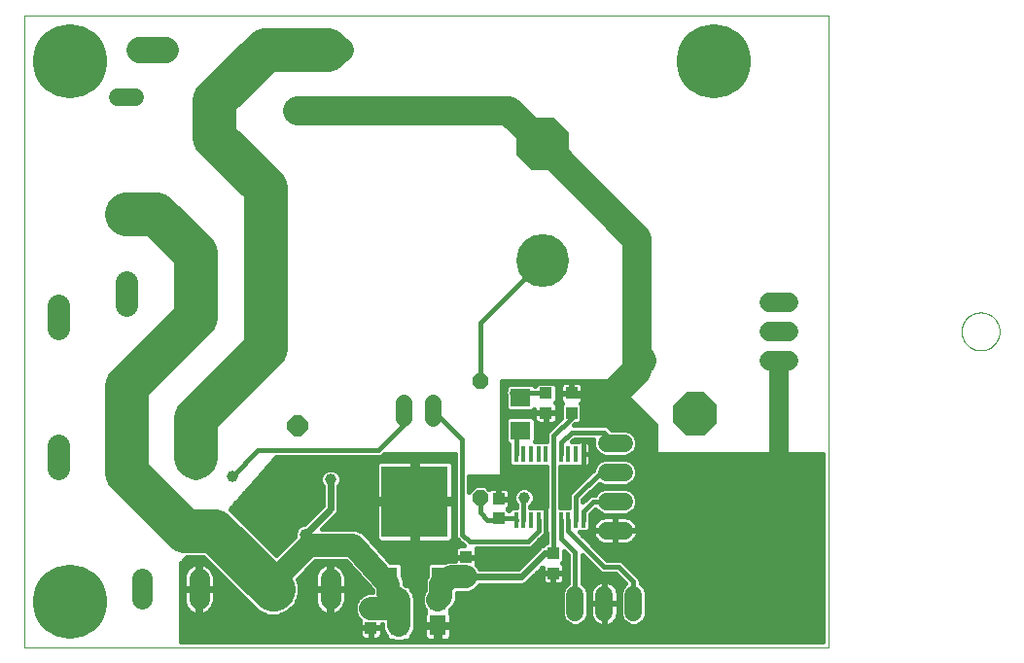
<source format=gtl>
G75*
%MOIN*%
%OFA0B0*%
%FSLAX25Y25*%
%IPPOS*%
%LPD*%
%AMOC8*
5,1,8,0,0,1.08239X$1,22.5*
%
%ADD10C,0.00000*%
%ADD11C,0.07800*%
%ADD12R,0.04331X0.03937*%
%ADD13C,0.06000*%
%ADD14C,0.08850*%
%ADD15C,0.06600*%
%ADD16C,0.18100*%
%ADD17OC8,0.18100*%
%ADD18OC8,0.07050*%
%ADD19C,0.07050*%
%ADD20R,0.01575X0.05315*%
%ADD21R,0.03937X0.04331*%
%ADD22R,0.07098X0.06299*%
%ADD23R,0.22835X0.24409*%
%ADD24R,0.06299X0.11811*%
%ADD25R,0.05512X0.07087*%
%ADD26OC8,0.15000*%
%ADD27C,0.05600*%
%ADD28OC8,0.05200*%
%ADD29C,0.25400*%
%ADD30C,0.01600*%
%ADD31C,0.10000*%
%ADD32C,0.03962*%
%ADD33C,0.02400*%
%ADD34C,0.07874*%
%ADD35C,0.15000*%
D10*
X0002474Y0011800D02*
X0002474Y0228335D01*
X0278065Y0228335D01*
X0278065Y0011800D01*
X0002474Y0011800D01*
X0323724Y0120068D02*
X0323726Y0120229D01*
X0323732Y0120389D01*
X0323742Y0120550D01*
X0323756Y0120710D01*
X0323774Y0120870D01*
X0323795Y0121029D01*
X0323821Y0121188D01*
X0323851Y0121346D01*
X0323884Y0121503D01*
X0323922Y0121660D01*
X0323963Y0121815D01*
X0324008Y0121969D01*
X0324057Y0122122D01*
X0324110Y0122274D01*
X0324166Y0122425D01*
X0324227Y0122574D01*
X0324290Y0122722D01*
X0324358Y0122868D01*
X0324429Y0123012D01*
X0324503Y0123154D01*
X0324581Y0123295D01*
X0324663Y0123433D01*
X0324748Y0123570D01*
X0324836Y0123704D01*
X0324928Y0123836D01*
X0325023Y0123966D01*
X0325121Y0124094D01*
X0325222Y0124219D01*
X0325326Y0124341D01*
X0325433Y0124461D01*
X0325543Y0124578D01*
X0325656Y0124693D01*
X0325772Y0124804D01*
X0325891Y0124913D01*
X0326012Y0125018D01*
X0326136Y0125121D01*
X0326262Y0125221D01*
X0326390Y0125317D01*
X0326521Y0125410D01*
X0326655Y0125500D01*
X0326790Y0125587D01*
X0326928Y0125670D01*
X0327067Y0125750D01*
X0327209Y0125826D01*
X0327352Y0125899D01*
X0327497Y0125968D01*
X0327644Y0126034D01*
X0327792Y0126096D01*
X0327942Y0126154D01*
X0328093Y0126209D01*
X0328246Y0126260D01*
X0328400Y0126307D01*
X0328555Y0126350D01*
X0328711Y0126389D01*
X0328867Y0126425D01*
X0329025Y0126456D01*
X0329183Y0126484D01*
X0329342Y0126508D01*
X0329502Y0126528D01*
X0329662Y0126544D01*
X0329822Y0126556D01*
X0329983Y0126564D01*
X0330144Y0126568D01*
X0330304Y0126568D01*
X0330465Y0126564D01*
X0330626Y0126556D01*
X0330786Y0126544D01*
X0330946Y0126528D01*
X0331106Y0126508D01*
X0331265Y0126484D01*
X0331423Y0126456D01*
X0331581Y0126425D01*
X0331737Y0126389D01*
X0331893Y0126350D01*
X0332048Y0126307D01*
X0332202Y0126260D01*
X0332355Y0126209D01*
X0332506Y0126154D01*
X0332656Y0126096D01*
X0332804Y0126034D01*
X0332951Y0125968D01*
X0333096Y0125899D01*
X0333239Y0125826D01*
X0333381Y0125750D01*
X0333520Y0125670D01*
X0333658Y0125587D01*
X0333793Y0125500D01*
X0333927Y0125410D01*
X0334058Y0125317D01*
X0334186Y0125221D01*
X0334312Y0125121D01*
X0334436Y0125018D01*
X0334557Y0124913D01*
X0334676Y0124804D01*
X0334792Y0124693D01*
X0334905Y0124578D01*
X0335015Y0124461D01*
X0335122Y0124341D01*
X0335226Y0124219D01*
X0335327Y0124094D01*
X0335425Y0123966D01*
X0335520Y0123836D01*
X0335612Y0123704D01*
X0335700Y0123570D01*
X0335785Y0123433D01*
X0335867Y0123295D01*
X0335945Y0123154D01*
X0336019Y0123012D01*
X0336090Y0122868D01*
X0336158Y0122722D01*
X0336221Y0122574D01*
X0336282Y0122425D01*
X0336338Y0122274D01*
X0336391Y0122122D01*
X0336440Y0121969D01*
X0336485Y0121815D01*
X0336526Y0121660D01*
X0336564Y0121503D01*
X0336597Y0121346D01*
X0336627Y0121188D01*
X0336653Y0121029D01*
X0336674Y0120870D01*
X0336692Y0120710D01*
X0336706Y0120550D01*
X0336716Y0120389D01*
X0336722Y0120229D01*
X0336724Y0120068D01*
X0336722Y0119907D01*
X0336716Y0119747D01*
X0336706Y0119586D01*
X0336692Y0119426D01*
X0336674Y0119266D01*
X0336653Y0119107D01*
X0336627Y0118948D01*
X0336597Y0118790D01*
X0336564Y0118633D01*
X0336526Y0118476D01*
X0336485Y0118321D01*
X0336440Y0118167D01*
X0336391Y0118014D01*
X0336338Y0117862D01*
X0336282Y0117711D01*
X0336221Y0117562D01*
X0336158Y0117414D01*
X0336090Y0117268D01*
X0336019Y0117124D01*
X0335945Y0116982D01*
X0335867Y0116841D01*
X0335785Y0116703D01*
X0335700Y0116566D01*
X0335612Y0116432D01*
X0335520Y0116300D01*
X0335425Y0116170D01*
X0335327Y0116042D01*
X0335226Y0115917D01*
X0335122Y0115795D01*
X0335015Y0115675D01*
X0334905Y0115558D01*
X0334792Y0115443D01*
X0334676Y0115332D01*
X0334557Y0115223D01*
X0334436Y0115118D01*
X0334312Y0115015D01*
X0334186Y0114915D01*
X0334058Y0114819D01*
X0333927Y0114726D01*
X0333793Y0114636D01*
X0333658Y0114549D01*
X0333520Y0114466D01*
X0333381Y0114386D01*
X0333239Y0114310D01*
X0333096Y0114237D01*
X0332951Y0114168D01*
X0332804Y0114102D01*
X0332656Y0114040D01*
X0332506Y0113982D01*
X0332355Y0113927D01*
X0332202Y0113876D01*
X0332048Y0113829D01*
X0331893Y0113786D01*
X0331737Y0113747D01*
X0331581Y0113711D01*
X0331423Y0113680D01*
X0331265Y0113652D01*
X0331106Y0113628D01*
X0330946Y0113608D01*
X0330786Y0113592D01*
X0330626Y0113580D01*
X0330465Y0113572D01*
X0330304Y0113568D01*
X0330144Y0113568D01*
X0329983Y0113572D01*
X0329822Y0113580D01*
X0329662Y0113592D01*
X0329502Y0113608D01*
X0329342Y0113628D01*
X0329183Y0113652D01*
X0329025Y0113680D01*
X0328867Y0113711D01*
X0328711Y0113747D01*
X0328555Y0113786D01*
X0328400Y0113829D01*
X0328246Y0113876D01*
X0328093Y0113927D01*
X0327942Y0113982D01*
X0327792Y0114040D01*
X0327644Y0114102D01*
X0327497Y0114168D01*
X0327352Y0114237D01*
X0327209Y0114310D01*
X0327067Y0114386D01*
X0326928Y0114466D01*
X0326790Y0114549D01*
X0326655Y0114636D01*
X0326521Y0114726D01*
X0326390Y0114819D01*
X0326262Y0114915D01*
X0326136Y0115015D01*
X0326012Y0115118D01*
X0325891Y0115223D01*
X0325772Y0115332D01*
X0325656Y0115443D01*
X0325543Y0115558D01*
X0325433Y0115675D01*
X0325326Y0115795D01*
X0325222Y0115917D01*
X0325121Y0116042D01*
X0325023Y0116170D01*
X0324928Y0116300D01*
X0324836Y0116432D01*
X0324748Y0116566D01*
X0324663Y0116703D01*
X0324581Y0116841D01*
X0324503Y0116982D01*
X0324429Y0117124D01*
X0324358Y0117268D01*
X0324290Y0117414D01*
X0324227Y0117562D01*
X0324166Y0117711D01*
X0324110Y0117862D01*
X0324057Y0118014D01*
X0324008Y0118167D01*
X0323963Y0118321D01*
X0323922Y0118476D01*
X0323884Y0118633D01*
X0323851Y0118790D01*
X0323821Y0118948D01*
X0323795Y0119107D01*
X0323774Y0119266D01*
X0323756Y0119426D01*
X0323742Y0119586D01*
X0323732Y0119747D01*
X0323726Y0119907D01*
X0323724Y0120068D01*
D11*
X0060974Y0121150D02*
X0060974Y0128950D01*
X0037474Y0129150D02*
X0037474Y0136950D01*
X0013974Y0128950D02*
X0013974Y0121150D01*
X0013974Y0080950D02*
X0013974Y0073150D01*
X0060974Y0073150D02*
X0060974Y0080950D01*
D12*
X0164974Y0062646D03*
X0164974Y0055954D03*
X0181224Y0092204D03*
X0181224Y0098896D03*
D13*
X0201974Y0081800D02*
X0207974Y0081800D01*
X0207974Y0071800D02*
X0201974Y0071800D01*
X0201974Y0061800D02*
X0207974Y0061800D01*
X0207974Y0051800D02*
X0201974Y0051800D01*
X0201224Y0029800D02*
X0201224Y0023800D01*
X0191224Y0023800D02*
X0191224Y0029800D01*
X0211224Y0029800D02*
X0211224Y0023800D01*
X0040474Y0160550D02*
X0034474Y0160550D01*
X0034474Y0200550D02*
X0040474Y0200550D01*
D14*
X0041799Y0216800D02*
X0050649Y0216800D01*
X0101799Y0216800D02*
X0110649Y0216800D01*
D15*
X0257924Y0130068D02*
X0264524Y0130068D01*
X0264524Y0120068D02*
X0257924Y0120068D01*
X0257924Y0110068D02*
X0264524Y0110068D01*
X0261224Y0110068D02*
X0261224Y0050078D01*
X0260211Y0049064D01*
D16*
X0179974Y0144300D03*
D17*
X0179974Y0184300D03*
D18*
X0096224Y0195800D03*
X0096224Y0087800D03*
D19*
X0087632Y0035325D02*
X0087632Y0028275D01*
X0107317Y0028275D02*
X0107317Y0035325D01*
X0062317Y0035325D02*
X0062317Y0028275D01*
X0042632Y0028275D02*
X0042632Y0035325D01*
D20*
X0170959Y0055481D03*
X0173518Y0055481D03*
X0176077Y0055481D03*
X0178636Y0055481D03*
X0181195Y0055481D03*
X0183754Y0055481D03*
X0186313Y0055481D03*
X0188872Y0055481D03*
X0191431Y0055481D03*
X0193990Y0055481D03*
X0193990Y0078119D03*
X0191431Y0078119D03*
X0188872Y0078119D03*
X0186313Y0078119D03*
X0183754Y0078119D03*
X0181195Y0078119D03*
X0178636Y0078119D03*
X0176077Y0078119D03*
X0173518Y0078119D03*
X0170959Y0078119D03*
D21*
X0189974Y0092204D03*
X0189974Y0098896D03*
X0183724Y0043896D03*
X0183724Y0037204D03*
X0153724Y0035954D03*
X0153724Y0042646D03*
X0121224Y0025146D03*
X0121224Y0018454D03*
D22*
X0172474Y0086202D03*
X0172474Y0097398D03*
D23*
X0136224Y0061800D03*
D24*
X0127228Y0033532D03*
X0145220Y0033532D03*
D25*
X0144167Y0028050D03*
X0144167Y0019300D03*
X0130781Y0019300D03*
X0130781Y0028050D03*
D26*
X0232474Y0091800D03*
D27*
X0142474Y0090250D02*
X0142474Y0095850D01*
X0132474Y0095850D02*
X0132474Y0090250D01*
D28*
X0158724Y0103050D03*
X0158724Y0063050D03*
D29*
X0238695Y0027548D03*
X0018222Y0027548D03*
X0018222Y0212587D03*
X0238695Y0212587D03*
D30*
X0179974Y0144300D02*
X0158724Y0123050D01*
X0158724Y0103050D01*
X0166224Y0103050D02*
X0203724Y0103050D01*
X0218724Y0088050D01*
X0218724Y0078050D01*
X0276265Y0078050D01*
X0276265Y0013600D01*
X0056224Y0013600D01*
X0056224Y0040550D01*
X0058159Y0042700D01*
X0063705Y0042700D01*
X0082477Y0023928D01*
X0085822Y0022543D01*
X0089442Y0022543D01*
X0092787Y0023928D01*
X0095346Y0026488D01*
X0096732Y0029832D01*
X0096732Y0033610D01*
X0096112Y0035107D01*
X0102268Y0041263D01*
X0112755Y0041263D01*
X0121691Y0031397D01*
X0121691Y0030860D01*
X0121659Y0030683D01*
X0120123Y0030683D01*
X0118088Y0029840D01*
X0116530Y0028283D01*
X0115687Y0026248D01*
X0115687Y0024045D01*
X0116530Y0022010D01*
X0117504Y0021036D01*
X0117456Y0020856D01*
X0117456Y0018638D01*
X0121040Y0018638D01*
X0121040Y0018269D01*
X0121409Y0018269D01*
X0121409Y0018638D01*
X0124993Y0018638D01*
X0124993Y0019609D01*
X0125244Y0019609D01*
X0125244Y0018199D01*
X0126087Y0016164D01*
X0126426Y0015825D01*
X0126426Y0015094D01*
X0127363Y0014157D01*
X0128730Y0014157D01*
X0129680Y0013763D01*
X0131883Y0013763D01*
X0132833Y0014157D01*
X0134200Y0014157D01*
X0135137Y0015094D01*
X0135137Y0015825D01*
X0135475Y0016164D01*
X0136318Y0018199D01*
X0136318Y0027544D01*
X0136426Y0028129D01*
X0136318Y0028634D01*
X0136318Y0029151D01*
X0136091Y0029701D01*
X0135967Y0030283D01*
X0135673Y0030709D01*
X0135475Y0031186D01*
X0135137Y0031525D01*
X0135137Y0032256D01*
X0134200Y0033193D01*
X0133026Y0033193D01*
X0132765Y0033363D01*
X0132765Y0033395D01*
X0132813Y0034359D01*
X0132765Y0034492D01*
X0132765Y0034634D01*
X0132396Y0035525D01*
X0132071Y0036433D01*
X0131978Y0036536D01*
X0131978Y0040101D01*
X0131041Y0041038D01*
X0127901Y0041038D01*
X0119959Y0049806D01*
X0119905Y0049936D01*
X0119223Y0050618D01*
X0118575Y0051333D01*
X0118447Y0051394D01*
X0118347Y0051494D01*
X0117456Y0051863D01*
X0116584Y0052276D01*
X0116443Y0052283D01*
X0116312Y0052337D01*
X0115347Y0052337D01*
X0114384Y0052385D01*
X0114251Y0052337D01*
X0104471Y0052337D01*
X0109848Y0057714D01*
X0110274Y0058743D01*
X0110274Y0067036D01*
X0110510Y0067271D01*
X0111055Y0068588D01*
X0111055Y0070012D01*
X0110510Y0071329D01*
X0109503Y0072336D01*
X0108187Y0072881D01*
X0106762Y0072881D01*
X0105446Y0072336D01*
X0104438Y0071329D01*
X0103893Y0070012D01*
X0103893Y0068588D01*
X0104438Y0067271D01*
X0104674Y0067036D01*
X0104674Y0060460D01*
X0098346Y0054131D01*
X0098012Y0054131D01*
X0096696Y0053586D01*
X0095688Y0052579D01*
X0095143Y0051262D01*
X0095143Y0049838D01*
X0095154Y0049811D01*
X0088744Y0043400D01*
X0075189Y0056955D01*
X0072978Y0059165D01*
X0088939Y0076900D01*
X0124202Y0076900D01*
X0125084Y0077265D01*
X0125868Y0078050D01*
X0150074Y0078050D01*
X0150074Y0050073D01*
X0150440Y0049191D01*
X0151115Y0048515D01*
X0153018Y0046612D01*
X0151519Y0046612D01*
X0151061Y0046489D01*
X0150651Y0046252D01*
X0150315Y0045917D01*
X0150078Y0045507D01*
X0149956Y0045049D01*
X0149956Y0042831D01*
X0153540Y0042831D01*
X0153540Y0042462D01*
X0149956Y0042462D01*
X0149956Y0041491D01*
X0149454Y0041491D01*
X0148926Y0041599D01*
X0148363Y0041491D01*
X0147790Y0041491D01*
X0147292Y0041284D01*
X0146763Y0041182D01*
X0146544Y0041038D01*
X0141408Y0041038D01*
X0140471Y0040101D01*
X0140471Y0036535D01*
X0140320Y0036171D01*
X0140018Y0035724D01*
X0139903Y0035163D01*
X0139683Y0034634D01*
X0139683Y0034094D01*
X0139575Y0033566D01*
X0139683Y0033004D01*
X0139683Y0031397D01*
X0139473Y0031186D01*
X0138630Y0029151D01*
X0138630Y0026949D01*
X0139473Y0024914D01*
X0139811Y0024575D01*
X0139811Y0023844D01*
X0139874Y0023781D01*
X0139734Y0023538D01*
X0139611Y0023080D01*
X0139611Y0019878D01*
X0143589Y0019878D01*
X0143589Y0018722D01*
X0139611Y0018722D01*
X0139611Y0015520D01*
X0139734Y0015062D01*
X0139971Y0014651D01*
X0140306Y0014316D01*
X0140717Y0014079D01*
X0141174Y0013957D01*
X0143589Y0013957D01*
X0143589Y0018722D01*
X0144745Y0018722D01*
X0144745Y0013957D01*
X0147160Y0013957D01*
X0147618Y0014079D01*
X0148028Y0014316D01*
X0148364Y0014651D01*
X0148600Y0015062D01*
X0148723Y0015520D01*
X0148723Y0018722D01*
X0144745Y0018722D01*
X0144745Y0019878D01*
X0148723Y0019878D01*
X0148723Y0023080D01*
X0148600Y0023538D01*
X0148460Y0023781D01*
X0148523Y0023844D01*
X0148523Y0024575D01*
X0149914Y0025967D01*
X0150757Y0028002D01*
X0150757Y0030417D01*
X0154826Y0030417D01*
X0156861Y0031259D01*
X0158418Y0032817D01*
X0158558Y0033154D01*
X0173435Y0033154D01*
X0174464Y0033580D01*
X0179956Y0039072D01*
X0179956Y0037388D01*
X0183540Y0037388D01*
X0183540Y0037019D01*
X0183909Y0037019D01*
X0183909Y0037388D01*
X0187493Y0037388D01*
X0187493Y0039606D01*
X0187370Y0040064D01*
X0187133Y0040474D01*
X0186916Y0040691D01*
X0187293Y0041068D01*
X0187293Y0044837D01*
X0188824Y0043306D01*
X0188824Y0033785D01*
X0188619Y0033700D01*
X0187325Y0032406D01*
X0186624Y0030715D01*
X0186624Y0022885D01*
X0187325Y0021194D01*
X0188619Y0019900D01*
X0190309Y0019200D01*
X0192139Y0019200D01*
X0193830Y0019900D01*
X0195124Y0021194D01*
X0195824Y0022885D01*
X0195824Y0030715D01*
X0195124Y0032406D01*
X0193830Y0033700D01*
X0193624Y0033785D01*
X0193624Y0043506D01*
X0199190Y0037941D01*
X0199865Y0037265D01*
X0200747Y0036900D01*
X0205230Y0036900D01*
X0208525Y0033606D01*
X0207325Y0032406D01*
X0206624Y0030715D01*
X0206624Y0022885D01*
X0207325Y0021194D01*
X0208619Y0019900D01*
X0210309Y0019200D01*
X0212139Y0019200D01*
X0213830Y0019900D01*
X0215124Y0021194D01*
X0215824Y0022885D01*
X0215824Y0030715D01*
X0215124Y0032406D01*
X0213830Y0033700D01*
X0213624Y0033785D01*
X0213624Y0034777D01*
X0213259Y0035659D01*
X0212584Y0036335D01*
X0207584Y0041335D01*
X0206702Y0041700D01*
X0202218Y0041700D01*
X0192695Y0051224D01*
X0195440Y0051224D01*
X0196377Y0052161D01*
X0196377Y0054973D01*
X0196390Y0055004D01*
X0196390Y0057322D01*
X0198169Y0059100D01*
X0199369Y0057900D01*
X0201059Y0057200D01*
X0208889Y0057200D01*
X0210580Y0057900D01*
X0211874Y0059194D01*
X0212574Y0060885D01*
X0212574Y0062715D01*
X0211874Y0064406D01*
X0210580Y0065700D01*
X0208889Y0066400D01*
X0201059Y0066400D01*
X0199369Y0065700D01*
X0198075Y0064406D01*
X0197989Y0064200D01*
X0196997Y0064200D01*
X0196115Y0063835D01*
X0195440Y0063159D01*
X0193831Y0061551D01*
X0193831Y0062263D01*
X0199439Y0067871D01*
X0201059Y0067200D01*
X0208889Y0067200D01*
X0210580Y0067900D01*
X0211874Y0069194D01*
X0212574Y0070885D01*
X0212574Y0072715D01*
X0211874Y0074406D01*
X0210580Y0075700D01*
X0208889Y0076400D01*
X0201059Y0076400D01*
X0199369Y0075700D01*
X0198075Y0074406D01*
X0197374Y0072715D01*
X0197374Y0072594D01*
X0189396Y0064616D01*
X0189031Y0063734D01*
X0189031Y0059739D01*
X0186124Y0059739D01*
X0186124Y0073861D01*
X0192374Y0073861D01*
X0192508Y0073784D01*
X0192966Y0073661D01*
X0193990Y0073661D01*
X0193990Y0078119D01*
X0193990Y0082576D01*
X0192966Y0082576D01*
X0192508Y0082454D01*
X0192374Y0082376D01*
X0190195Y0082376D01*
X0190968Y0083150D01*
X0197555Y0083150D01*
X0197374Y0082715D01*
X0197374Y0080885D01*
X0198075Y0079194D01*
X0199369Y0077900D01*
X0201059Y0077200D01*
X0208889Y0077200D01*
X0210580Y0077900D01*
X0211874Y0079194D01*
X0212574Y0080885D01*
X0212574Y0082715D01*
X0211874Y0084406D01*
X0210580Y0085700D01*
X0208889Y0086400D01*
X0203768Y0086400D01*
X0202584Y0087585D01*
X0201702Y0087950D01*
X0190768Y0087950D01*
X0191257Y0088438D01*
X0192606Y0088438D01*
X0193543Y0089375D01*
X0193543Y0095032D01*
X0193166Y0095409D01*
X0193383Y0095626D01*
X0193620Y0096036D01*
X0193743Y0096494D01*
X0193743Y0098712D01*
X0190159Y0098712D01*
X0190159Y0099081D01*
X0193743Y0099081D01*
X0193743Y0101299D01*
X0193620Y0101757D01*
X0193383Y0102167D01*
X0193048Y0102502D01*
X0192638Y0102739D01*
X0192180Y0102862D01*
X0190159Y0102862D01*
X0190159Y0099081D01*
X0189790Y0099081D01*
X0189790Y0102862D01*
X0187769Y0102862D01*
X0187311Y0102739D01*
X0186901Y0102502D01*
X0186565Y0102167D01*
X0186328Y0101757D01*
X0186206Y0101299D01*
X0186206Y0099081D01*
X0189790Y0099081D01*
X0189790Y0098712D01*
X0186206Y0098712D01*
X0186206Y0096494D01*
X0186328Y0096036D01*
X0186565Y0095626D01*
X0186783Y0095409D01*
X0186406Y0095032D01*
X0186406Y0090376D01*
X0181719Y0085689D01*
X0181354Y0084807D01*
X0181354Y0082376D01*
X0177611Y0082376D01*
X0177624Y0082389D01*
X0177624Y0089125D01*
X0177954Y0088795D01*
X0178364Y0088558D01*
X0178822Y0088435D01*
X0181040Y0088435D01*
X0181040Y0092019D01*
X0181409Y0092019D01*
X0181409Y0092388D01*
X0185190Y0092388D01*
X0185190Y0094409D01*
X0185067Y0094867D01*
X0184830Y0095277D01*
X0184495Y0095612D01*
X0184395Y0095670D01*
X0184990Y0096265D01*
X0184990Y0101528D01*
X0184052Y0102465D01*
X0178396Y0102465D01*
X0177459Y0101528D01*
X0177459Y0101375D01*
X0176686Y0102148D01*
X0168262Y0102148D01*
X0167325Y0101211D01*
X0167325Y0099958D01*
X0167249Y0099825D01*
X0167232Y0099688D01*
X0167177Y0099561D01*
X0167173Y0099218D01*
X0167130Y0098877D01*
X0167166Y0098745D01*
X0167165Y0098607D01*
X0167292Y0098288D01*
X0167325Y0098166D01*
X0167325Y0093586D01*
X0168262Y0092649D01*
X0176686Y0092649D01*
X0177259Y0093222D01*
X0177259Y0092388D01*
X0181040Y0092388D01*
X0181040Y0092019D01*
X0177259Y0092019D01*
X0177259Y0090378D01*
X0176686Y0090951D01*
X0168262Y0090951D01*
X0167325Y0090014D01*
X0167325Y0082389D01*
X0168262Y0081452D01*
X0168559Y0081452D01*
X0168559Y0077641D01*
X0168571Y0077611D01*
X0168571Y0074799D01*
X0169508Y0073861D01*
X0181324Y0073861D01*
X0181324Y0059939D01*
X0181195Y0059939D01*
X0181195Y0055481D01*
X0181195Y0051024D01*
X0181354Y0051024D01*
X0181354Y0047662D01*
X0181093Y0047662D01*
X0180156Y0046725D01*
X0180156Y0046652D01*
X0179235Y0046270D01*
X0178447Y0045483D01*
X0171718Y0038754D01*
X0158558Y0038754D01*
X0158418Y0039090D01*
X0157445Y0040064D01*
X0157493Y0040244D01*
X0157493Y0042462D01*
X0153909Y0042462D01*
X0153909Y0042831D01*
X0157493Y0042831D01*
X0157493Y0045049D01*
X0157370Y0045507D01*
X0157287Y0045650D01*
X0175452Y0045650D01*
X0176334Y0046015D01*
X0177009Y0046691D01*
X0180670Y0050352D01*
X0180949Y0051024D01*
X0181195Y0051024D01*
X0181195Y0055481D01*
X0181195Y0055481D01*
X0181195Y0055481D01*
X0181195Y0059939D01*
X0180170Y0059939D01*
X0179713Y0059816D01*
X0179579Y0059739D01*
X0175918Y0059739D01*
X0175918Y0060179D01*
X0176760Y0061021D01*
X0177305Y0062338D01*
X0177305Y0063762D01*
X0176760Y0065079D01*
X0175753Y0066086D01*
X0174437Y0066631D01*
X0173012Y0066631D01*
X0171696Y0066086D01*
X0170688Y0065079D01*
X0170143Y0063762D01*
X0170143Y0062338D01*
X0170688Y0061021D01*
X0171118Y0060592D01*
X0171118Y0059739D01*
X0169508Y0059739D01*
X0168571Y0058801D01*
X0168571Y0058753D01*
X0168145Y0059180D01*
X0168245Y0059238D01*
X0168580Y0059573D01*
X0168817Y0059983D01*
X0168940Y0060441D01*
X0168940Y0062462D01*
X0165159Y0062462D01*
X0165159Y0062831D01*
X0168940Y0062831D01*
X0168940Y0064852D01*
X0168817Y0065310D01*
X0168580Y0065720D01*
X0168245Y0066055D01*
X0167834Y0066292D01*
X0167377Y0066415D01*
X0165159Y0066415D01*
X0165159Y0062831D01*
X0164790Y0062831D01*
X0164790Y0066415D01*
X0162572Y0066415D01*
X0162114Y0066292D01*
X0161704Y0066055D01*
X0161681Y0066033D01*
X0160464Y0067250D01*
X0156985Y0067250D01*
X0154874Y0065140D01*
X0154874Y0070550D01*
X0166224Y0070550D01*
X0166224Y0103050D01*
X0166224Y0102915D02*
X0203859Y0102915D01*
X0205458Y0101317D02*
X0193738Y0101317D01*
X0193743Y0099718D02*
X0207056Y0099718D01*
X0208655Y0098120D02*
X0193743Y0098120D01*
X0193743Y0096521D02*
X0210253Y0096521D01*
X0211852Y0094923D02*
X0193543Y0094923D01*
X0193543Y0093324D02*
X0213450Y0093324D01*
X0215049Y0091726D02*
X0193543Y0091726D01*
X0193543Y0090127D02*
X0216647Y0090127D01*
X0218246Y0088529D02*
X0192696Y0088529D01*
X0189974Y0090550D02*
X0189974Y0092204D01*
X0189974Y0090550D02*
X0183754Y0084330D01*
X0183754Y0078119D01*
X0183724Y0078089D01*
X0183724Y0055511D01*
X0183754Y0055481D01*
X0183754Y0045176D01*
X0183724Y0043896D01*
X0187293Y0043770D02*
X0188360Y0043770D01*
X0188824Y0042172D02*
X0187293Y0042172D01*
X0187034Y0040573D02*
X0188824Y0040573D01*
X0188824Y0038975D02*
X0187493Y0038975D01*
X0187493Y0037019D02*
X0183909Y0037019D01*
X0183909Y0033238D01*
X0185930Y0033238D01*
X0186388Y0033361D01*
X0186798Y0033598D01*
X0187133Y0033933D01*
X0187370Y0034343D01*
X0187493Y0034801D01*
X0187493Y0037019D01*
X0187493Y0035778D02*
X0188824Y0035778D01*
X0188824Y0037376D02*
X0183909Y0037376D01*
X0183540Y0037376D02*
X0178260Y0037376D01*
X0179956Y0037019D02*
X0179956Y0034801D01*
X0180078Y0034343D01*
X0180315Y0033933D01*
X0180651Y0033598D01*
X0181061Y0033361D01*
X0181519Y0033238D01*
X0183540Y0033238D01*
X0183540Y0037019D01*
X0179956Y0037019D01*
X0179956Y0035778D02*
X0176662Y0035778D01*
X0175063Y0034179D02*
X0180173Y0034179D01*
X0183540Y0034179D02*
X0183909Y0034179D01*
X0183909Y0035778D02*
X0183540Y0035778D01*
X0187275Y0034179D02*
X0188824Y0034179D01*
X0187500Y0032581D02*
X0158182Y0032581D01*
X0156191Y0030982D02*
X0186735Y0030982D01*
X0186624Y0029384D02*
X0150757Y0029384D01*
X0150668Y0027785D02*
X0186624Y0027785D01*
X0186624Y0026187D02*
X0150006Y0026187D01*
X0148536Y0024588D02*
X0186624Y0024588D01*
X0186624Y0022990D02*
X0148723Y0022990D01*
X0148723Y0021391D02*
X0187243Y0021391D01*
X0188879Y0019793D02*
X0144745Y0019793D01*
X0143589Y0019793D02*
X0136318Y0019793D01*
X0136318Y0021391D02*
X0139611Y0021391D01*
X0139611Y0022990D02*
X0136318Y0022990D01*
X0136318Y0024588D02*
X0139799Y0024588D01*
X0138946Y0026187D02*
X0136318Y0026187D01*
X0136363Y0027785D02*
X0138630Y0027785D01*
X0138726Y0029384D02*
X0136222Y0029384D01*
X0135560Y0030982D02*
X0139389Y0030982D01*
X0139683Y0032581D02*
X0134813Y0032581D01*
X0132804Y0034179D02*
X0139683Y0034179D01*
X0140054Y0035778D02*
X0132306Y0035778D01*
X0131978Y0037376D02*
X0140471Y0037376D01*
X0140471Y0038975D02*
X0131978Y0038975D01*
X0131505Y0040573D02*
X0140943Y0040573D01*
X0137024Y0047795D02*
X0147879Y0047795D01*
X0148336Y0047918D01*
X0148747Y0048155D01*
X0149082Y0048490D01*
X0149319Y0048900D01*
X0149442Y0049358D01*
X0149442Y0061000D01*
X0137024Y0061000D01*
X0137024Y0047795D01*
X0137024Y0048566D02*
X0135424Y0048566D01*
X0135424Y0047795D02*
X0135424Y0061000D01*
X0123007Y0061000D01*
X0123007Y0049358D01*
X0123130Y0048900D01*
X0123367Y0048490D01*
X0123702Y0048155D01*
X0124112Y0047918D01*
X0124570Y0047795D01*
X0135424Y0047795D01*
X0135424Y0050164D02*
X0137024Y0050164D01*
X0137024Y0051763D02*
X0135424Y0051763D01*
X0135424Y0053361D02*
X0137024Y0053361D01*
X0137024Y0054960D02*
X0135424Y0054960D01*
X0135424Y0056558D02*
X0137024Y0056558D01*
X0137024Y0058157D02*
X0135424Y0058157D01*
X0135424Y0059755D02*
X0137024Y0059755D01*
X0137024Y0061000D02*
X0135424Y0061000D01*
X0135424Y0062600D01*
X0123007Y0062600D01*
X0123007Y0074242D01*
X0123130Y0074699D01*
X0123367Y0075110D01*
X0123702Y0075445D01*
X0124112Y0075682D01*
X0124570Y0075805D01*
X0135424Y0075805D01*
X0135424Y0062600D01*
X0137024Y0062600D01*
X0137024Y0075805D01*
X0147879Y0075805D01*
X0148336Y0075682D01*
X0148747Y0075445D01*
X0149082Y0075110D01*
X0149319Y0074699D01*
X0149442Y0074242D01*
X0149442Y0062600D01*
X0137024Y0062600D01*
X0137024Y0061000D01*
X0137024Y0061354D02*
X0150074Y0061354D01*
X0150074Y0062952D02*
X0149442Y0062952D01*
X0149442Y0064551D02*
X0150074Y0064551D01*
X0150074Y0066149D02*
X0149442Y0066149D01*
X0149442Y0067748D02*
X0150074Y0067748D01*
X0150074Y0069346D02*
X0149442Y0069346D01*
X0149442Y0070945D02*
X0150074Y0070945D01*
X0150074Y0072543D02*
X0149442Y0072543D01*
X0149442Y0074142D02*
X0150074Y0074142D01*
X0150074Y0075740D02*
X0148118Y0075740D01*
X0150074Y0077339D02*
X0125157Y0077339D01*
X0124330Y0075740D02*
X0087896Y0075740D01*
X0086457Y0074142D02*
X0123007Y0074142D01*
X0123007Y0072543D02*
X0109002Y0072543D01*
X0110669Y0070945D02*
X0123007Y0070945D01*
X0123007Y0069346D02*
X0111055Y0069346D01*
X0110708Y0067748D02*
X0123007Y0067748D01*
X0123007Y0066149D02*
X0110274Y0066149D01*
X0110274Y0064551D02*
X0123007Y0064551D01*
X0123007Y0062952D02*
X0110274Y0062952D01*
X0110274Y0061354D02*
X0135424Y0061354D01*
X0135424Y0062952D02*
X0137024Y0062952D01*
X0137024Y0064551D02*
X0135424Y0064551D01*
X0135424Y0066149D02*
X0137024Y0066149D01*
X0137024Y0067748D02*
X0135424Y0067748D01*
X0135424Y0069346D02*
X0137024Y0069346D01*
X0137024Y0070945D02*
X0135424Y0070945D01*
X0135424Y0072543D02*
X0137024Y0072543D01*
X0137024Y0074142D02*
X0135424Y0074142D01*
X0135424Y0075740D02*
X0137024Y0075740D01*
X0132474Y0088050D02*
X0123724Y0079300D01*
X0082474Y0079300D01*
X0073724Y0070550D01*
X0079264Y0066149D02*
X0104674Y0066149D01*
X0104674Y0064551D02*
X0077825Y0064551D01*
X0076386Y0062952D02*
X0104674Y0062952D01*
X0104674Y0061354D02*
X0074948Y0061354D01*
X0073509Y0059755D02*
X0103970Y0059755D01*
X0102371Y0058157D02*
X0073987Y0058157D01*
X0075585Y0056558D02*
X0100773Y0056558D01*
X0099174Y0054960D02*
X0077184Y0054960D01*
X0078782Y0053361D02*
X0096471Y0053361D01*
X0095351Y0051763D02*
X0080381Y0051763D01*
X0081979Y0050164D02*
X0095143Y0050164D01*
X0093910Y0048566D02*
X0083578Y0048566D01*
X0085176Y0046967D02*
X0092311Y0046967D01*
X0090713Y0045369D02*
X0086775Y0045369D01*
X0088373Y0043770D02*
X0089114Y0043770D01*
X0096782Y0035778D02*
X0101997Y0035778D01*
X0101992Y0035744D02*
X0101992Y0032175D01*
X0106942Y0032175D01*
X0106942Y0040650D01*
X0106898Y0040650D01*
X0106070Y0040519D01*
X0105273Y0040260D01*
X0104526Y0039879D01*
X0103848Y0039387D01*
X0103255Y0038794D01*
X0102762Y0038116D01*
X0102382Y0037369D01*
X0102123Y0036572D01*
X0101992Y0035744D01*
X0101992Y0034179D02*
X0096496Y0034179D01*
X0096732Y0032581D02*
X0101992Y0032581D01*
X0101992Y0031425D02*
X0101992Y0027856D01*
X0102123Y0027028D01*
X0102382Y0026231D01*
X0102762Y0025484D01*
X0103255Y0024806D01*
X0103848Y0024213D01*
X0104526Y0023721D01*
X0105273Y0023340D01*
X0106070Y0023081D01*
X0106898Y0022950D01*
X0106942Y0022950D01*
X0106942Y0031425D01*
X0107692Y0031425D01*
X0107692Y0032175D01*
X0112642Y0032175D01*
X0112642Y0035744D01*
X0112511Y0036572D01*
X0112252Y0037369D01*
X0111871Y0038116D01*
X0111379Y0038794D01*
X0110786Y0039387D01*
X0110108Y0039879D01*
X0109361Y0040260D01*
X0108564Y0040519D01*
X0107736Y0040650D01*
X0107692Y0040650D01*
X0107692Y0032175D01*
X0106942Y0032175D01*
X0106942Y0031425D01*
X0101992Y0031425D01*
X0101992Y0030982D02*
X0096732Y0030982D01*
X0096546Y0029384D02*
X0101992Y0029384D01*
X0102003Y0027785D02*
X0095884Y0027785D01*
X0095045Y0026187D02*
X0102405Y0026187D01*
X0103473Y0024588D02*
X0093447Y0024588D01*
X0090521Y0022990D02*
X0106648Y0022990D01*
X0106942Y0022990D02*
X0107692Y0022990D01*
X0107692Y0022950D02*
X0107736Y0022950D01*
X0108564Y0023081D01*
X0109361Y0023340D01*
X0110108Y0023721D01*
X0110786Y0024213D01*
X0111379Y0024806D01*
X0111871Y0025484D01*
X0112252Y0026231D01*
X0112511Y0027028D01*
X0112642Y0027856D01*
X0112642Y0031425D01*
X0107692Y0031425D01*
X0107692Y0022950D01*
X0107986Y0022990D02*
X0116125Y0022990D01*
X0115687Y0024588D02*
X0111161Y0024588D01*
X0112229Y0026187D02*
X0115687Y0026187D01*
X0116324Y0027785D02*
X0112631Y0027785D01*
X0112642Y0029384D02*
X0117631Y0029384D01*
X0121691Y0030982D02*
X0112642Y0030982D01*
X0112642Y0032581D02*
X0120619Y0032581D01*
X0119172Y0034179D02*
X0112642Y0034179D01*
X0112637Y0035778D02*
X0117724Y0035778D01*
X0116276Y0037376D02*
X0112248Y0037376D01*
X0111198Y0038975D02*
X0114828Y0038975D01*
X0113380Y0040573D02*
X0108221Y0040573D01*
X0107692Y0040573D02*
X0106942Y0040573D01*
X0106413Y0040573D02*
X0101578Y0040573D01*
X0099980Y0038975D02*
X0103436Y0038975D01*
X0102386Y0037376D02*
X0098381Y0037376D01*
X0106942Y0037376D02*
X0107692Y0037376D01*
X0107692Y0035778D02*
X0106942Y0035778D01*
X0106942Y0034179D02*
X0107692Y0034179D01*
X0107692Y0032581D02*
X0106942Y0032581D01*
X0106942Y0030982D02*
X0107692Y0030982D01*
X0107692Y0029384D02*
X0106942Y0029384D01*
X0106942Y0027785D02*
X0107692Y0027785D01*
X0107692Y0026187D02*
X0106942Y0026187D01*
X0106942Y0024588D02*
X0107692Y0024588D01*
X0117149Y0021391D02*
X0056224Y0021391D01*
X0056224Y0019793D02*
X0117456Y0019793D01*
X0117456Y0018269D02*
X0117456Y0016051D01*
X0117578Y0015593D01*
X0117815Y0015183D01*
X0118151Y0014848D01*
X0118561Y0014611D01*
X0119019Y0014488D01*
X0121040Y0014488D01*
X0121040Y0018269D01*
X0117456Y0018269D01*
X0117456Y0018194D02*
X0056224Y0018194D01*
X0056224Y0016596D02*
X0117456Y0016596D01*
X0118001Y0014997D02*
X0056224Y0014997D01*
X0056224Y0022990D02*
X0061648Y0022990D01*
X0061898Y0022950D02*
X0061942Y0022950D01*
X0061942Y0031425D01*
X0062692Y0031425D01*
X0062692Y0032175D01*
X0067642Y0032175D01*
X0067642Y0035744D01*
X0067511Y0036572D01*
X0067252Y0037369D01*
X0066871Y0038116D01*
X0066379Y0038794D01*
X0065786Y0039387D01*
X0065108Y0039879D01*
X0064361Y0040260D01*
X0063564Y0040519D01*
X0062736Y0040650D01*
X0062692Y0040650D01*
X0062692Y0032175D01*
X0061942Y0032175D01*
X0061942Y0040650D01*
X0061898Y0040650D01*
X0061070Y0040519D01*
X0060273Y0040260D01*
X0059526Y0039879D01*
X0058848Y0039387D01*
X0058255Y0038794D01*
X0057762Y0038116D01*
X0057382Y0037369D01*
X0057123Y0036572D01*
X0056992Y0035744D01*
X0056992Y0032175D01*
X0061942Y0032175D01*
X0061942Y0031425D01*
X0056992Y0031425D01*
X0056992Y0027856D01*
X0057123Y0027028D01*
X0057382Y0026231D01*
X0057762Y0025484D01*
X0058255Y0024806D01*
X0058848Y0024213D01*
X0059526Y0023721D01*
X0060273Y0023340D01*
X0061070Y0023081D01*
X0061898Y0022950D01*
X0061942Y0022990D02*
X0062692Y0022990D01*
X0062692Y0022950D02*
X0062736Y0022950D01*
X0063564Y0023081D01*
X0064361Y0023340D01*
X0065108Y0023721D01*
X0065786Y0024213D01*
X0066379Y0024806D01*
X0066871Y0025484D01*
X0067252Y0026231D01*
X0067511Y0027028D01*
X0067642Y0027856D01*
X0067642Y0031425D01*
X0062692Y0031425D01*
X0062692Y0022950D01*
X0062986Y0022990D02*
X0084742Y0022990D01*
X0081817Y0024588D02*
X0066161Y0024588D01*
X0067229Y0026187D02*
X0080218Y0026187D01*
X0078620Y0027785D02*
X0067631Y0027785D01*
X0067642Y0029384D02*
X0077021Y0029384D01*
X0075423Y0030982D02*
X0067642Y0030982D01*
X0067642Y0032581D02*
X0073824Y0032581D01*
X0072226Y0034179D02*
X0067642Y0034179D01*
X0067637Y0035778D02*
X0070627Y0035778D01*
X0069029Y0037376D02*
X0067248Y0037376D01*
X0067430Y0038975D02*
X0066198Y0038975D01*
X0065832Y0040573D02*
X0063221Y0040573D01*
X0062692Y0040573D02*
X0061942Y0040573D01*
X0061413Y0040573D02*
X0056245Y0040573D01*
X0056224Y0038975D02*
X0058436Y0038975D01*
X0057386Y0037376D02*
X0056224Y0037376D01*
X0056224Y0035778D02*
X0056997Y0035778D01*
X0056992Y0034179D02*
X0056224Y0034179D01*
X0056224Y0032581D02*
X0056992Y0032581D01*
X0056992Y0030982D02*
X0056224Y0030982D01*
X0056224Y0029384D02*
X0056992Y0029384D01*
X0057003Y0027785D02*
X0056224Y0027785D01*
X0056224Y0026187D02*
X0057405Y0026187D01*
X0058473Y0024588D02*
X0056224Y0024588D01*
X0061942Y0024588D02*
X0062692Y0024588D01*
X0062692Y0026187D02*
X0061942Y0026187D01*
X0061942Y0027785D02*
X0062692Y0027785D01*
X0062692Y0029384D02*
X0061942Y0029384D01*
X0061942Y0030982D02*
X0062692Y0030982D01*
X0062692Y0032581D02*
X0061942Y0032581D01*
X0061942Y0034179D02*
X0062692Y0034179D01*
X0062692Y0035778D02*
X0061942Y0035778D01*
X0061942Y0037376D02*
X0062692Y0037376D01*
X0062692Y0038975D02*
X0061942Y0038975D01*
X0064233Y0042172D02*
X0057684Y0042172D01*
X0080702Y0067748D02*
X0104241Y0067748D01*
X0103893Y0069346D02*
X0082141Y0069346D01*
X0083580Y0070945D02*
X0104280Y0070945D01*
X0105947Y0072543D02*
X0085018Y0072543D01*
X0110274Y0059755D02*
X0123007Y0059755D01*
X0123007Y0058157D02*
X0110032Y0058157D01*
X0108692Y0056558D02*
X0123007Y0056558D01*
X0123007Y0054960D02*
X0107094Y0054960D01*
X0105495Y0053361D02*
X0123007Y0053361D01*
X0123007Y0051763D02*
X0117698Y0051763D01*
X0119677Y0050164D02*
X0123007Y0050164D01*
X0123323Y0048566D02*
X0121082Y0048566D01*
X0122530Y0046967D02*
X0152663Y0046967D01*
X0151064Y0048566D02*
X0149126Y0048566D01*
X0149442Y0050164D02*
X0150074Y0050164D01*
X0150074Y0051763D02*
X0149442Y0051763D01*
X0149442Y0053361D02*
X0150074Y0053361D01*
X0150074Y0054960D02*
X0149442Y0054960D01*
X0149442Y0056558D02*
X0150074Y0056558D01*
X0150074Y0058157D02*
X0149442Y0058157D01*
X0149442Y0059755D02*
X0150074Y0059755D01*
X0158724Y0058050D02*
X0158724Y0063050D01*
X0155884Y0066149D02*
X0154874Y0066149D01*
X0154874Y0067748D02*
X0181324Y0067748D01*
X0181324Y0069346D02*
X0154874Y0069346D01*
X0161565Y0066149D02*
X0161867Y0066149D01*
X0164790Y0066149D02*
X0165159Y0066149D01*
X0165159Y0064551D02*
X0164790Y0064551D01*
X0164790Y0062952D02*
X0165159Y0062952D01*
X0168940Y0062952D02*
X0170143Y0062952D01*
X0170470Y0064551D02*
X0168940Y0064551D01*
X0168082Y0066149D02*
X0171849Y0066149D01*
X0173518Y0063257D02*
X0173724Y0063050D01*
X0173518Y0063257D02*
X0173518Y0055481D01*
X0170959Y0055481D02*
X0170486Y0055954D01*
X0164974Y0055954D01*
X0164571Y0055550D01*
X0161224Y0055550D01*
X0158724Y0058050D01*
X0168685Y0059755D02*
X0171118Y0059755D01*
X0170551Y0061354D02*
X0168940Y0061354D01*
X0175918Y0059755D02*
X0179608Y0059755D01*
X0181195Y0059755D02*
X0181195Y0059755D01*
X0181195Y0058157D02*
X0181195Y0058157D01*
X0181195Y0056558D02*
X0181195Y0056558D01*
X0181195Y0054960D02*
X0181195Y0054960D01*
X0181195Y0053361D02*
X0181195Y0053361D01*
X0181195Y0051763D02*
X0181195Y0051763D01*
X0181354Y0050164D02*
X0180483Y0050164D01*
X0181354Y0048566D02*
X0178884Y0048566D01*
X0180399Y0046967D02*
X0177286Y0046967D01*
X0178333Y0045369D02*
X0157407Y0045369D01*
X0157493Y0043770D02*
X0176735Y0043770D01*
X0175136Y0042172D02*
X0157493Y0042172D01*
X0157493Y0040573D02*
X0173538Y0040573D01*
X0171939Y0038975D02*
X0158466Y0038975D01*
X0149956Y0042172D02*
X0126874Y0042172D01*
X0125426Y0043770D02*
X0149956Y0043770D01*
X0150042Y0045369D02*
X0123978Y0045369D01*
X0107692Y0038975D02*
X0106942Y0038975D01*
X0121040Y0018194D02*
X0121409Y0018194D01*
X0121409Y0018269D02*
X0121409Y0014488D01*
X0123430Y0014488D01*
X0123888Y0014611D01*
X0124298Y0014848D01*
X0124633Y0015183D01*
X0124870Y0015593D01*
X0124993Y0016051D01*
X0124993Y0018269D01*
X0121409Y0018269D01*
X0121409Y0016596D02*
X0121040Y0016596D01*
X0121040Y0014997D02*
X0121409Y0014997D01*
X0124447Y0014997D02*
X0126522Y0014997D01*
X0125908Y0016596D02*
X0124993Y0016596D01*
X0124993Y0018194D02*
X0125246Y0018194D01*
X0135040Y0014997D02*
X0139771Y0014997D01*
X0139611Y0016596D02*
X0135654Y0016596D01*
X0136317Y0018194D02*
X0139611Y0018194D01*
X0143589Y0018194D02*
X0144745Y0018194D01*
X0144745Y0016596D02*
X0143589Y0016596D01*
X0143589Y0014997D02*
X0144745Y0014997D01*
X0148563Y0014997D02*
X0276265Y0014997D01*
X0276265Y0016596D02*
X0148723Y0016596D01*
X0148723Y0018194D02*
X0276265Y0018194D01*
X0276265Y0019793D02*
X0213570Y0019793D01*
X0215206Y0021391D02*
X0276265Y0021391D01*
X0276265Y0022990D02*
X0215824Y0022990D01*
X0215824Y0024588D02*
X0276265Y0024588D01*
X0276265Y0026187D02*
X0215824Y0026187D01*
X0215824Y0027785D02*
X0276265Y0027785D01*
X0276265Y0029384D02*
X0215824Y0029384D01*
X0215714Y0030982D02*
X0276265Y0030982D01*
X0276265Y0032581D02*
X0214949Y0032581D01*
X0213624Y0034179D02*
X0276265Y0034179D01*
X0276265Y0035778D02*
X0213141Y0035778D01*
X0211542Y0037376D02*
X0276265Y0037376D01*
X0276265Y0038975D02*
X0209944Y0038975D01*
X0208345Y0040573D02*
X0276265Y0040573D01*
X0276265Y0042172D02*
X0201747Y0042172D01*
X0200148Y0043770D02*
X0276265Y0043770D01*
X0276265Y0045369D02*
X0198550Y0045369D01*
X0196951Y0046967D02*
X0276265Y0046967D01*
X0276265Y0048566D02*
X0211528Y0048566D01*
X0211636Y0048673D02*
X0212080Y0049284D01*
X0212423Y0049957D01*
X0212656Y0050676D01*
X0212774Y0051422D01*
X0212774Y0051600D01*
X0205174Y0051600D01*
X0205174Y0047000D01*
X0208352Y0047000D01*
X0209098Y0047118D01*
X0209817Y0047352D01*
X0210490Y0047695D01*
X0211101Y0048139D01*
X0211636Y0048673D01*
X0212490Y0050164D02*
X0276265Y0050164D01*
X0276265Y0051763D02*
X0205174Y0051763D01*
X0205174Y0051600D02*
X0205174Y0052000D01*
X0204774Y0052000D01*
X0204774Y0051600D01*
X0197174Y0051600D01*
X0197174Y0051422D01*
X0197293Y0050676D01*
X0197526Y0049957D01*
X0197869Y0049284D01*
X0198313Y0048673D01*
X0198847Y0048139D01*
X0199459Y0047695D01*
X0200132Y0047352D01*
X0200850Y0047118D01*
X0201597Y0047000D01*
X0204774Y0047000D01*
X0204774Y0051600D01*
X0205174Y0051600D01*
X0205174Y0052000D02*
X0212774Y0052000D01*
X0212774Y0052178D01*
X0212656Y0052924D01*
X0212423Y0053643D01*
X0212080Y0054316D01*
X0211636Y0054927D01*
X0211101Y0055461D01*
X0210490Y0055905D01*
X0209817Y0056248D01*
X0209098Y0056482D01*
X0208352Y0056600D01*
X0205174Y0056600D01*
X0205174Y0052000D01*
X0204774Y0052000D02*
X0204774Y0056600D01*
X0201597Y0056600D01*
X0200850Y0056482D01*
X0200132Y0056248D01*
X0199459Y0055905D01*
X0198847Y0055461D01*
X0198313Y0054927D01*
X0197869Y0054316D01*
X0197526Y0053643D01*
X0197293Y0052924D01*
X0197174Y0052178D01*
X0197174Y0052000D01*
X0204774Y0052000D01*
X0204774Y0051763D02*
X0195979Y0051763D01*
X0196377Y0053361D02*
X0197435Y0053361D01*
X0198346Y0054960D02*
X0196377Y0054960D01*
X0196390Y0056558D02*
X0201333Y0056558D01*
X0199112Y0058157D02*
X0197225Y0058157D01*
X0193990Y0058316D02*
X0193990Y0055481D01*
X0191431Y0055481D02*
X0191431Y0063257D01*
X0199974Y0071800D01*
X0204974Y0071800D01*
X0199467Y0075740D02*
X0196577Y0075740D01*
X0196577Y0075224D02*
X0196577Y0078119D01*
X0196577Y0081013D01*
X0196455Y0081471D01*
X0196218Y0081882D01*
X0195883Y0082217D01*
X0195472Y0082454D01*
X0195014Y0082576D01*
X0193990Y0082576D01*
X0193990Y0078119D01*
X0193990Y0078119D01*
X0196577Y0078119D01*
X0193990Y0078119D01*
X0193990Y0078119D01*
X0193990Y0078119D01*
X0193990Y0073661D01*
X0195014Y0073661D01*
X0195472Y0073784D01*
X0195883Y0074021D01*
X0196218Y0074356D01*
X0196455Y0074767D01*
X0196577Y0075224D01*
X0196004Y0074142D02*
X0197965Y0074142D01*
X0197324Y0072543D02*
X0186124Y0072543D01*
X0186124Y0070945D02*
X0195725Y0070945D01*
X0194127Y0069346D02*
X0186124Y0069346D01*
X0186124Y0067748D02*
X0192528Y0067748D01*
X0190930Y0066149D02*
X0186124Y0066149D01*
X0186124Y0064551D02*
X0189369Y0064551D01*
X0189031Y0062952D02*
X0186124Y0062952D01*
X0186124Y0061354D02*
X0189031Y0061354D01*
X0189031Y0059755D02*
X0186124Y0059755D01*
X0186313Y0055481D02*
X0186313Y0049211D01*
X0191224Y0044300D01*
X0191224Y0026800D01*
X0195824Y0026187D02*
X0196424Y0026187D01*
X0196424Y0026600D02*
X0196424Y0023422D01*
X0196543Y0022676D01*
X0196776Y0021957D01*
X0197119Y0021284D01*
X0197563Y0020673D01*
X0198097Y0020139D01*
X0198709Y0019695D01*
X0199382Y0019352D01*
X0200100Y0019118D01*
X0200847Y0019000D01*
X0201024Y0019000D01*
X0201024Y0026600D01*
X0196424Y0026600D01*
X0196424Y0027000D02*
X0201024Y0027000D01*
X0201024Y0026600D01*
X0201424Y0026600D01*
X0201424Y0019000D01*
X0201602Y0019000D01*
X0202348Y0019118D01*
X0203067Y0019352D01*
X0203740Y0019695D01*
X0204351Y0020139D01*
X0204886Y0020673D01*
X0205330Y0021284D01*
X0205673Y0021957D01*
X0205906Y0022676D01*
X0206024Y0023422D01*
X0206024Y0026600D01*
X0201424Y0026600D01*
X0201424Y0027000D01*
X0201024Y0027000D01*
X0201024Y0034600D01*
X0200847Y0034600D01*
X0200100Y0034482D01*
X0199382Y0034248D01*
X0198709Y0033905D01*
X0198097Y0033461D01*
X0197563Y0032927D01*
X0197119Y0032316D01*
X0196776Y0031643D01*
X0196543Y0030924D01*
X0196424Y0030178D01*
X0196424Y0027000D01*
X0196424Y0027785D02*
X0195824Y0027785D01*
X0195824Y0029384D02*
X0196424Y0029384D01*
X0196561Y0030982D02*
X0195714Y0030982D01*
X0194949Y0032581D02*
X0197311Y0032581D01*
X0199246Y0034179D02*
X0193624Y0034179D01*
X0193624Y0035778D02*
X0206353Y0035778D01*
X0207951Y0034179D02*
X0203203Y0034179D01*
X0203067Y0034248D02*
X0202348Y0034482D01*
X0201602Y0034600D01*
X0201424Y0034600D01*
X0201424Y0027000D01*
X0206024Y0027000D01*
X0206024Y0030178D01*
X0205906Y0030924D01*
X0205673Y0031643D01*
X0205330Y0032316D01*
X0204886Y0032927D01*
X0204351Y0033461D01*
X0203740Y0033905D01*
X0203067Y0034248D01*
X0201424Y0034179D02*
X0201024Y0034179D01*
X0201024Y0032581D02*
X0201424Y0032581D01*
X0201424Y0030982D02*
X0201024Y0030982D01*
X0201024Y0029384D02*
X0201424Y0029384D01*
X0201424Y0027785D02*
X0201024Y0027785D01*
X0201024Y0026187D02*
X0201424Y0026187D01*
X0201424Y0024588D02*
X0201024Y0024588D01*
X0201024Y0022990D02*
X0201424Y0022990D01*
X0201424Y0021391D02*
X0201024Y0021391D01*
X0201024Y0019793D02*
X0201424Y0019793D01*
X0203875Y0019793D02*
X0208879Y0019793D01*
X0207243Y0021391D02*
X0205384Y0021391D01*
X0205956Y0022990D02*
X0206624Y0022990D01*
X0206624Y0024588D02*
X0206024Y0024588D01*
X0206024Y0026187D02*
X0206624Y0026187D01*
X0206624Y0027785D02*
X0206024Y0027785D01*
X0206024Y0029384D02*
X0206624Y0029384D01*
X0206735Y0030982D02*
X0205887Y0030982D01*
X0205137Y0032581D02*
X0207500Y0032581D01*
X0211224Y0034300D02*
X0211224Y0026800D01*
X0211224Y0034300D02*
X0206224Y0039300D01*
X0201224Y0039300D01*
X0188872Y0051652D01*
X0188872Y0055481D01*
X0193990Y0058316D02*
X0197474Y0061800D01*
X0204974Y0061800D01*
X0198220Y0064551D02*
X0196119Y0064551D01*
X0195233Y0062952D02*
X0194521Y0062952D01*
X0197718Y0066149D02*
X0200454Y0066149D01*
X0199737Y0067748D02*
X0199316Y0067748D01*
X0193990Y0074142D02*
X0193990Y0074142D01*
X0193990Y0075740D02*
X0193990Y0075740D01*
X0193990Y0077339D02*
X0193990Y0077339D01*
X0193990Y0078937D02*
X0193990Y0078937D01*
X0193990Y0080536D02*
X0193990Y0080536D01*
X0193990Y0082134D02*
X0193990Y0082134D01*
X0195965Y0082134D02*
X0197374Y0082134D01*
X0197519Y0080536D02*
X0196577Y0080536D01*
X0196577Y0078937D02*
X0198331Y0078937D01*
X0196577Y0077339D02*
X0200724Y0077339D01*
X0204974Y0081800D02*
X0201224Y0085550D01*
X0189974Y0085550D01*
X0186313Y0081889D01*
X0186313Y0078119D01*
X0181324Y0072543D02*
X0166224Y0072543D01*
X0166224Y0070945D02*
X0181324Y0070945D01*
X0181324Y0066149D02*
X0175600Y0066149D01*
X0176979Y0064551D02*
X0181324Y0064551D01*
X0181324Y0062952D02*
X0177305Y0062952D01*
X0176898Y0061354D02*
X0181324Y0061354D01*
X0178636Y0055481D02*
X0178636Y0051711D01*
X0174974Y0048050D01*
X0154974Y0048050D01*
X0152474Y0050550D01*
X0152474Y0083050D01*
X0142474Y0093050D01*
X0132474Y0093050D02*
X0132474Y0088050D01*
X0166224Y0088529D02*
X0167325Y0088529D01*
X0167325Y0086930D02*
X0166224Y0086930D01*
X0166224Y0085332D02*
X0167325Y0085332D01*
X0167325Y0083733D02*
X0166224Y0083733D01*
X0166224Y0082134D02*
X0167580Y0082134D01*
X0168559Y0080536D02*
X0166224Y0080536D01*
X0166224Y0078937D02*
X0168559Y0078937D01*
X0168571Y0077339D02*
X0166224Y0077339D01*
X0166224Y0075740D02*
X0168571Y0075740D01*
X0169228Y0074142D02*
X0166224Y0074142D01*
X0170959Y0078119D02*
X0170959Y0084686D01*
X0172474Y0086202D01*
X0177624Y0086930D02*
X0182960Y0086930D01*
X0183627Y0088435D02*
X0184084Y0088558D01*
X0184495Y0088795D01*
X0184830Y0089130D01*
X0185067Y0089540D01*
X0185190Y0089998D01*
X0185190Y0092019D01*
X0181409Y0092019D01*
X0181409Y0088435D01*
X0183627Y0088435D01*
X0183976Y0088529D02*
X0184559Y0088529D01*
X0185190Y0090127D02*
X0186157Y0090127D01*
X0186406Y0091726D02*
X0185190Y0091726D01*
X0185190Y0093324D02*
X0186406Y0093324D01*
X0186406Y0094923D02*
X0185035Y0094923D01*
X0184990Y0096521D02*
X0186206Y0096521D01*
X0186206Y0098120D02*
X0184990Y0098120D01*
X0184990Y0099718D02*
X0186206Y0099718D01*
X0186211Y0101317D02*
X0184990Y0101317D01*
X0181224Y0098896D02*
X0169571Y0099052D01*
X0172474Y0097398D01*
X0167325Y0098120D02*
X0166224Y0098120D01*
X0166224Y0099718D02*
X0167236Y0099718D01*
X0167431Y0101317D02*
X0166224Y0101317D01*
X0166224Y0096521D02*
X0167325Y0096521D01*
X0167325Y0094923D02*
X0166224Y0094923D01*
X0166224Y0093324D02*
X0167587Y0093324D01*
X0166224Y0091726D02*
X0177259Y0091726D01*
X0177624Y0088529D02*
X0178473Y0088529D01*
X0181040Y0088529D02*
X0181409Y0088529D01*
X0181409Y0090127D02*
X0181040Y0090127D01*
X0181040Y0091726D02*
X0181409Y0091726D01*
X0181571Y0085332D02*
X0177624Y0085332D01*
X0177624Y0083733D02*
X0181354Y0083733D01*
X0167438Y0090127D02*
X0166224Y0090127D01*
X0189974Y0098896D02*
X0190378Y0098050D01*
X0196224Y0098050D01*
X0197474Y0096800D01*
X0202474Y0096800D01*
X0203238Y0086930D02*
X0218724Y0086930D01*
X0218724Y0085332D02*
X0210948Y0085332D01*
X0212153Y0083733D02*
X0218724Y0083733D01*
X0218724Y0082134D02*
X0212574Y0082134D01*
X0212430Y0080536D02*
X0218724Y0080536D01*
X0218724Y0078937D02*
X0211617Y0078937D01*
X0209225Y0077339D02*
X0276265Y0077339D01*
X0276265Y0075740D02*
X0210482Y0075740D01*
X0211983Y0074142D02*
X0276265Y0074142D01*
X0276265Y0072543D02*
X0212574Y0072543D01*
X0212574Y0070945D02*
X0276265Y0070945D01*
X0276265Y0069346D02*
X0211937Y0069346D01*
X0210212Y0067748D02*
X0276265Y0067748D01*
X0276265Y0066149D02*
X0209494Y0066149D01*
X0211729Y0064551D02*
X0276265Y0064551D01*
X0276265Y0062952D02*
X0212476Y0062952D01*
X0212574Y0061354D02*
X0276265Y0061354D01*
X0276265Y0059755D02*
X0212106Y0059755D01*
X0210837Y0058157D02*
X0276265Y0058157D01*
X0276265Y0056558D02*
X0208615Y0056558D01*
X0211603Y0054960D02*
X0276265Y0054960D01*
X0276265Y0053361D02*
X0212514Y0053361D01*
X0205174Y0053361D02*
X0204774Y0053361D01*
X0204774Y0054960D02*
X0205174Y0054960D01*
X0205174Y0056558D02*
X0204774Y0056558D01*
X0204774Y0050164D02*
X0205174Y0050164D01*
X0205174Y0048566D02*
X0204774Y0048566D01*
X0198420Y0048566D02*
X0195353Y0048566D01*
X0193754Y0050164D02*
X0197459Y0050164D01*
X0194959Y0042172D02*
X0193624Y0042172D01*
X0193624Y0040573D02*
X0196557Y0040573D01*
X0198156Y0038975D02*
X0193624Y0038975D01*
X0193624Y0037376D02*
X0199754Y0037376D01*
X0196424Y0024588D02*
X0195824Y0024588D01*
X0195824Y0022990D02*
X0196493Y0022990D01*
X0197065Y0021391D02*
X0195206Y0021391D01*
X0193570Y0019793D02*
X0198574Y0019793D01*
X0179956Y0038975D02*
X0179859Y0038975D01*
X0189790Y0099718D02*
X0190159Y0099718D01*
X0190159Y0101317D02*
X0189790Y0101317D01*
D31*
X0202474Y0096800D02*
X0212474Y0106800D01*
X0212474Y0111800D01*
X0214207Y0110068D01*
X0212474Y0111800D02*
X0212474Y0151800D01*
X0179974Y0184300D01*
X0168474Y0195800D01*
X0096224Y0195800D01*
D32*
X0107474Y0069300D03*
X0098724Y0050550D03*
X0073724Y0070550D03*
X0173724Y0063050D03*
D33*
X0180821Y0043896D02*
X0183724Y0043896D01*
X0180821Y0043896D02*
X0172878Y0035954D01*
X0153724Y0035954D01*
X0107474Y0059300D02*
X0098724Y0050550D01*
X0102474Y0046800D01*
X0107474Y0059300D02*
X0107474Y0069300D01*
D34*
X0102474Y0046800D02*
X0099974Y0046800D01*
X0087632Y0034457D01*
X0087632Y0031800D01*
X0102474Y0046800D02*
X0115211Y0046800D01*
X0127228Y0033532D01*
X0127228Y0030353D01*
X0130781Y0028050D01*
X0127878Y0025146D01*
X0121224Y0025146D01*
X0130781Y0028050D02*
X0130781Y0019300D01*
X0144167Y0028050D02*
X0145220Y0029103D01*
X0145220Y0033532D01*
X0148892Y0035954D01*
X0153724Y0035954D01*
D35*
X0087632Y0031800D02*
X0087632Y0031643D01*
X0067474Y0051800D01*
X0057474Y0051800D01*
X0037474Y0071800D01*
X0037474Y0101550D01*
X0060974Y0125050D01*
X0060974Y0147050D01*
X0047474Y0160550D01*
X0037474Y0160550D01*
X0067474Y0186800D02*
X0067474Y0199300D01*
X0084974Y0216800D01*
X0106224Y0216800D01*
X0067474Y0186800D02*
X0084974Y0169300D01*
X0084974Y0114300D01*
X0060974Y0090300D01*
X0060974Y0077050D01*
M02*

</source>
